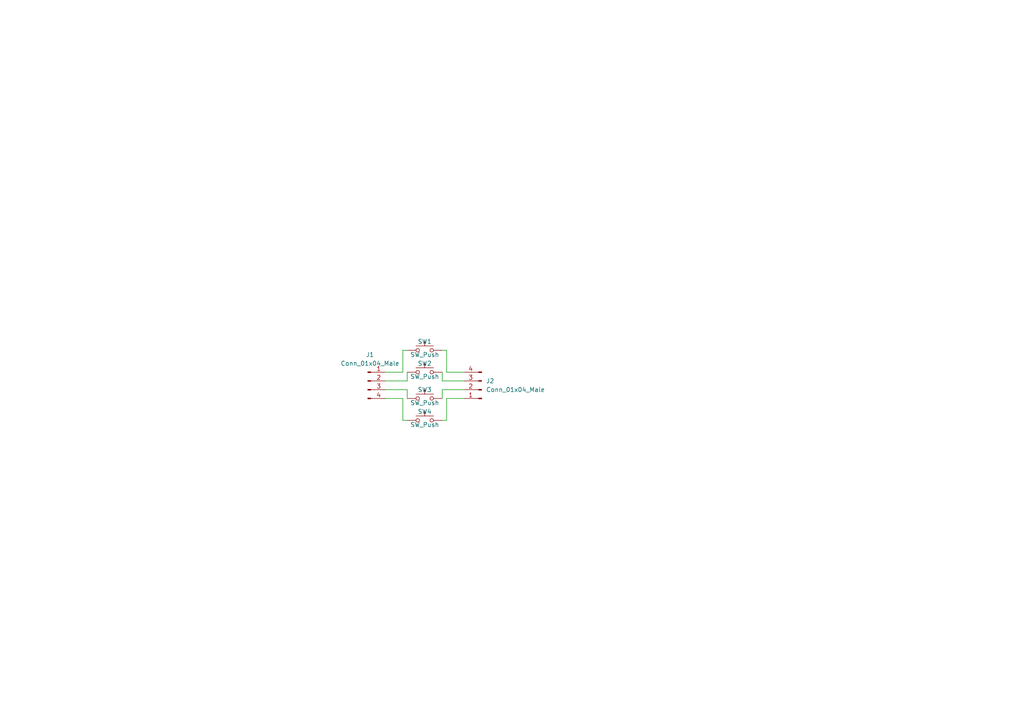
<source format=kicad_sch>
(kicad_sch (version 20211123) (generator eeschema)
  (paper "A4")
  (lib_symbols
    (symbol "Connector:Conn_01x04_Male" (pin_names (offset 1.016) hide)
      (property "Reference" "J" (at 0 5.08 0))
      (property "Value" "Conn_01x04_Male" (at 0 -7.62 0))
      (symbol "Conn_01x04_Male_1_1"
        (polyline (pts (xy 1.27 -5.08) (xy 0.8636 -5.08)) (stroke (width 0.1524)))
        (polyline (pts (xy 1.27 -2.54) (xy 0.8636 -2.54)) (stroke (width 0.1524)))
        (polyline (pts (xy 1.27 0) (xy 0.8636 0)) (stroke (width 0.1524)))
        (polyline (pts (xy 1.27 2.54) (xy 0.8636 2.54)) (stroke (width 0.1524)))
        (rectangle (start 0.8636 -4.953) (end 0 -5.207) (stroke (width 0.1524)) (fill (type outline)))
        (rectangle (start 0.8636 -2.413) (end 0 -2.667) (stroke (width 0.1524)) (fill (type outline)))
        (rectangle (start 0.8636 0.127) (end 0 -0.127) (stroke (width 0.1524)) (fill (type outline)))
        (rectangle (start 0.8636 2.667) (end 0 2.413) (stroke (width 0.1524)) (fill (type outline)))
        (pin passive line (at 5.08 2.54 180) (length 3.81) (name "Pin_1") (number "1"))
        (pin passive line (at 5.08 0 180) (length 3.81) (name "Pin_2") (number "2"))
        (pin passive line (at 5.08 -2.54 180) (length 3.81) (name "Pin_3") (number "3"))
        (pin passive line (at 5.08 -5.08 180) (length 3.81) (name "Pin_4") (number "4"))
      )
    )
    (symbol "Switch:SW_Push" (pin_numbers hide) (pin_names (offset 1.016) hide)
      (property "Reference" "SW" (at 1.27 2.54 0))
      (property "Value" "SW_Push" (at 0 -1.524 0))
      (symbol "SW_Push_0_1"
        (circle (center -2.032 0) (radius 0.508))
        (polyline (pts (xy 0 1.27) (xy 0 3.048)))
        (polyline (pts (xy 2.54 1.27) (xy -2.54 1.27)))
        (circle (center 2.032 0) (radius 0.508))
        (pin passive line (at -5.08 0 0) (length 2.54) (name "1") (number "1"))
        (pin passive line (at 5.08 0 180) (length 2.54) (name "2") (number "2"))
      )
    )
  )
  (wire (pts (xy 111.76 115.57) (xy 116.84 115.57)))
  (wire (pts (xy 128.27 113.03) (xy 128.27 115.57)))
  (wire (pts (xy 134.62 113.03) (xy 128.27 113.03)))
  (wire (pts (xy 129.54 107.95) (xy 129.54 101.6)))
  (wire (pts (xy 111.76 113.03) (xy 118.11 113.03)))
  (wire (pts (xy 116.84 115.57) (xy 116.84 121.92)))
  (wire (pts (xy 111.76 107.95) (xy 116.84 107.95)))
  (wire (pts (xy 118.11 110.49) (xy 118.11 107.95)))
  (wire (pts (xy 129.54 121.92) (xy 128.27 121.92)))
  (wire (pts (xy 118.11 113.03) (xy 118.11 115.57)))
  (wire (pts (xy 129.54 115.57) (xy 129.54 121.92)))
  (wire (pts (xy 116.84 101.6) (xy 118.11 101.6)))
  (wire (pts (xy 116.84 107.95) (xy 116.84 101.6)))
  (wire (pts (xy 129.54 101.6) (xy 128.27 101.6)))
  (wire (pts (xy 134.62 115.57) (xy 129.54 115.57)))
  (wire (pts (xy 111.76 110.49) (xy 118.11 110.49)))
  (wire (pts (xy 128.27 110.49) (xy 128.27 107.95)))
  (wire (pts (xy 116.84 121.92) (xy 118.11 121.92)))
  (wire (pts (xy 134.62 107.95) (xy 129.54 107.95)))
  (wire (pts (xy 134.62 110.49) (xy 128.27 110.49)))
  (symbol (lib_id "Switch:SW_Push") (at 123.19 115.57 0) (unit 1)
    (property "Reference" "SW3" (at 123.19 113.03 0))
    (property "Value" "SW_Push" (at 123.19 116.84 0))
    (property "Footprint" "Matt:SMD_Button_6mm_3_5mm" (effects hide))
  )
  (symbol (lib_id "Switch:SW_Push") (at 123.19 107.95 0) (unit 1)
    (property "Reference" "SW2" (at 123.19 105.41 0))
    (property "Value" "SW_Push" (at 123.19 109.22 0))
    (property "Footprint" "Matt:SMD_Button_6mm_3_5mm" (effects hide))
  )
  (symbol (lib_id "Switch:SW_Push") (at 123.19 101.6 0) (unit 1)
    (property "Reference" "SW1" (at 123.19 99.06 0))
    (property "Value" "SW_Push" (at 123.19 102.87 0))
    (property "Footprint" "Matt:SMD_Button_6mm_3_5mm" (effects hide))
  )
  (symbol (lib_id "Connector:Conn_01x04_Male") (at 139.7 113.03 180) (unit 1)
    (property "Reference" "J2" (at 140.97 110.4899 0) (effects (justify right)))
    (property "Value" "Conn_01x04_Male" (at 140.97 113.0299 0) (effects (justify right)))
    (property "Footprint" "Connector_PinHeader_2.54mm:PinHeader_1x04_P2.54mm_Vertical" (effects hide))
  )
  (symbol (lib_id "Connector:Conn_01x04_Male") (at 106.68 110.49 0) (unit 1)
    (property "Reference" "J1" (at 107.315 102.87 0))
    (property "Value" "Conn_01x04_Male" (at 107.315 105.41 0))
    (property "Footprint" "Connector_PinHeader_2.54mm:PinHeader_1x04_P2.54mm_Vertical" (effects hide))
  )
  (symbol (lib_id "Switch:SW_Push") (at 123.19 121.92 0) (unit 1)
    (property "Reference" "SW4" (at 123.19 119.38 0))
    (property "Value" "SW_Push" (at 123.19 123.19 0))
    (property "Footprint" "Matt:SMD_Button_6mm_3_5mm" (effects hide))
  )
)
</source>
